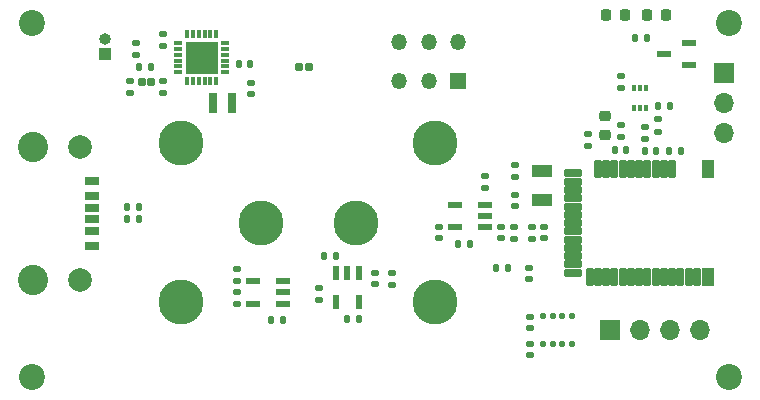
<source format=gts>
%TF.GenerationSoftware,KiCad,Pcbnew,8.0.2-1*%
%TF.CreationDate,2024-09-12T10:11:59+09:00*%
%TF.ProjectId,gas_nrf52832,6761735f-6e72-4663-9532-3833322e6b69,rev?*%
%TF.SameCoordinates,Original*%
%TF.FileFunction,Soldermask,Top*%
%TF.FilePolarity,Negative*%
%FSLAX46Y46*%
G04 Gerber Fmt 4.6, Leading zero omitted, Abs format (unit mm)*
G04 Created by KiCad (PCBNEW 8.0.2-1) date 2024-09-12 10:11:59*
%MOMM*%
%LPD*%
G01*
G04 APERTURE LIST*
G04 Aperture macros list*
%AMRoundRect*
0 Rectangle with rounded corners*
0 $1 Rounding radius*
0 $2 $3 $4 $5 $6 $7 $8 $9 X,Y pos of 4 corners*
0 Add a 4 corners polygon primitive as box body*
4,1,4,$2,$3,$4,$5,$6,$7,$8,$9,$2,$3,0*
0 Add four circle primitives for the rounded corners*
1,1,$1+$1,$2,$3*
1,1,$1+$1,$4,$5*
1,1,$1+$1,$6,$7*
1,1,$1+$1,$8,$9*
0 Add four rect primitives between the rounded corners*
20,1,$1+$1,$2,$3,$4,$5,0*
20,1,$1+$1,$4,$5,$6,$7,0*
20,1,$1+$1,$6,$7,$8,$9,0*
20,1,$1+$1,$8,$9,$2,$3,0*%
G04 Aperture macros list end*
%ADD10RoundRect,0.135000X-0.185000X0.135000X-0.185000X-0.135000X0.185000X-0.135000X0.185000X0.135000X0*%
%ADD11RoundRect,0.135000X-0.135000X-0.185000X0.135000X-0.185000X0.135000X0.185000X-0.135000X0.185000X0*%
%ADD12R,0.800000X1.800000*%
%ADD13RoundRect,0.140000X-0.170000X0.140000X-0.170000X-0.140000X0.170000X-0.140000X0.170000X0.140000X0*%
%ADD14RoundRect,0.218750X-0.218750X-0.256250X0.218750X-0.256250X0.218750X0.256250X-0.218750X0.256250X0*%
%ADD15R,1.000000X1.000000*%
%ADD16O,1.000000X1.000000*%
%ADD17R,1.700000X1.700000*%
%ADD18O,1.700000X1.700000*%
%ADD19R,1.800000X1.000000*%
%ADD20RoundRect,0.140000X-0.140000X-0.170000X0.140000X-0.170000X0.140000X0.170000X-0.140000X0.170000X0*%
%ADD21RoundRect,0.102000X-0.200000X-0.250000X0.200000X-0.250000X0.200000X0.250000X-0.200000X0.250000X0*%
%ADD22R,1.350000X1.350000*%
%ADD23O,1.350000X1.350000*%
%ADD24R,0.800000X0.300000*%
%ADD25R,0.300000X0.800000*%
%ADD26R,2.800000X2.800000*%
%ADD27C,2.200000*%
%ADD28RoundRect,0.140000X0.140000X0.170000X-0.140000X0.170000X-0.140000X-0.170000X0.140000X-0.170000X0*%
%ADD29RoundRect,0.140000X0.170000X-0.140000X0.170000X0.140000X-0.170000X0.140000X-0.170000X-0.140000X0*%
%ADD30R,0.300000X0.492000*%
%ADD31RoundRect,0.218750X0.256250X-0.218750X0.256250X0.218750X-0.256250X0.218750X-0.256250X-0.218750X0*%
%ADD32R,1.200000X0.600000*%
%ADD33RoundRect,0.125000X-0.125000X-0.137500X0.125000X-0.137500X0.125000X0.137500X-0.125000X0.137500X0*%
%ADD34RoundRect,0.147500X-0.172500X0.147500X-0.172500X-0.147500X0.172500X-0.147500X0.172500X0.147500X0*%
%ADD35RoundRect,0.102000X-0.400000X0.700000X-0.400000X-0.700000X0.400000X-0.700000X0.400000X0.700000X0*%
%ADD36RoundRect,0.102000X-0.200000X0.700000X-0.200000X-0.700000X0.200000X-0.700000X0.200000X0.700000X0*%
%ADD37RoundRect,0.102000X-0.700000X-0.200000X0.700000X-0.200000X0.700000X0.200000X-0.700000X0.200000X0*%
%ADD38RoundRect,0.102000X0.700000X0.200000X-0.700000X0.200000X-0.700000X-0.200000X0.700000X-0.200000X0*%
%ADD39RoundRect,0.102000X0.200000X-0.700000X0.200000X0.700000X-0.200000X0.700000X-0.200000X-0.700000X0*%
%ADD40RoundRect,0.102000X0.400000X-0.700000X0.400000X0.700000X-0.400000X0.700000X-0.400000X-0.700000X0*%
%ADD41RoundRect,0.135000X0.135000X0.185000X-0.135000X0.185000X-0.135000X-0.185000X0.135000X-0.185000X0*%
%ADD42RoundRect,0.135000X0.185000X-0.135000X0.185000X0.135000X-0.185000X0.135000X-0.185000X-0.135000X0*%
%ADD43R,1.250000X0.600000*%
%ADD44RoundRect,0.218750X0.218750X0.256250X-0.218750X0.256250X-0.218750X-0.256250X0.218750X-0.256250X0*%
%ADD45R,1.200000X0.700000*%
%ADD46R,1.200000X0.760000*%
%ADD47R,1.200000X0.800000*%
%ADD48C,2.010000*%
%ADD49C,2.565000*%
%ADD50R,0.600000X1.200000*%
%ADD51C,3.800000*%
G04 APERTURE END LIST*
D10*
X143825000Y-86765000D03*
X143825000Y-87785000D03*
D11*
X127985000Y-96660000D03*
X129005000Y-96660000D03*
D12*
X108850000Y-84795000D03*
X107250000Y-84795000D03*
D13*
X109220000Y-100795000D03*
X109220000Y-101755000D03*
D14*
X140512500Y-77300000D03*
X142087500Y-77300000D03*
D10*
X141775000Y-82500000D03*
X141775000Y-83520000D03*
D15*
X98080000Y-80640000D03*
D16*
X98080000Y-79370000D03*
D17*
X140820000Y-104000000D03*
D18*
X143360000Y-104000000D03*
X145900000Y-104000000D03*
X148440000Y-104000000D03*
D19*
X135050000Y-90500000D03*
X135050000Y-93000000D03*
D20*
X143795000Y-88800000D03*
X144755000Y-88800000D03*
D21*
X114510000Y-81710000D03*
X115310000Y-81710000D03*
D22*
X128000000Y-82900000D03*
D23*
X125500000Y-82900000D03*
X123000000Y-82900000D03*
X128000000Y-79600000D03*
X125500000Y-79600000D03*
X123000000Y-79600000D03*
D24*
X108250000Y-82170000D03*
X108250000Y-81670000D03*
X108250000Y-81170000D03*
X108250000Y-80670000D03*
X108250000Y-80170000D03*
X108250000Y-79670000D03*
D25*
X107500000Y-78920000D03*
X107000000Y-78920000D03*
X106500000Y-78920000D03*
X106000000Y-78920000D03*
X105500000Y-78920000D03*
X105000000Y-78920000D03*
D24*
X104250000Y-79670000D03*
X104250000Y-80170000D03*
X104250000Y-80670000D03*
X104250000Y-81170000D03*
X104250000Y-81670000D03*
X104250000Y-82170000D03*
D25*
X105000000Y-82920000D03*
X105500000Y-82920000D03*
X106000000Y-82920000D03*
X106500000Y-82920000D03*
X107000000Y-82920000D03*
X107500000Y-82920000D03*
D26*
X106250000Y-80920000D03*
D27*
X91900000Y-78000000D03*
X91900000Y-108000000D03*
X150900000Y-78000000D03*
X150900000Y-108000000D03*
D28*
X113125000Y-103125000D03*
X112165000Y-103125000D03*
D29*
X102950000Y-83895000D03*
X102950000Y-82935000D03*
D30*
X142850000Y-85200000D03*
X143350000Y-85200000D03*
X143850000Y-85200000D03*
X143850000Y-83532000D03*
X143350000Y-83532000D03*
X142850000Y-83532000D03*
D29*
X100175000Y-83895000D03*
X100175000Y-82935000D03*
D31*
X140400000Y-87437500D03*
X140400000Y-85862500D03*
D32*
X130220000Y-95260000D03*
X130220000Y-94310000D03*
X130220000Y-93360000D03*
X127720000Y-93360000D03*
X127720000Y-95260000D03*
D10*
X132695000Y-95250000D03*
X132695000Y-96270000D03*
D33*
X135190000Y-102765000D03*
X135990000Y-102765000D03*
X136790000Y-102765000D03*
X137590000Y-102765000D03*
X137590000Y-105140000D03*
X136790000Y-105140000D03*
X135990000Y-105140000D03*
X135190000Y-105140000D03*
D17*
X150500000Y-82235000D03*
D18*
X150500000Y-84775000D03*
X150500000Y-87315000D03*
D13*
X110475000Y-83080000D03*
X110475000Y-84040000D03*
D11*
X144890000Y-85050000D03*
X145910000Y-85050000D03*
D13*
X100710000Y-79710000D03*
X100710000Y-80670000D03*
D21*
X101200000Y-82945000D03*
X102000000Y-82945000D03*
D11*
X131190000Y-98700000D03*
X132210000Y-98700000D03*
D34*
X141750000Y-86665000D03*
X141750000Y-87635000D03*
D35*
X149100000Y-90327500D03*
D36*
X146100000Y-90327500D03*
X145400000Y-90327500D03*
X144700000Y-90327500D03*
X144000000Y-90327500D03*
X143300000Y-90327500D03*
X142600000Y-90327500D03*
X141900000Y-90327500D03*
X141200000Y-90327500D03*
X140500000Y-90327500D03*
X139800000Y-90327500D03*
D37*
X137700000Y-90727500D03*
D38*
X137700000Y-91427500D03*
D37*
X137700000Y-92127500D03*
X137700000Y-92827500D03*
X137700000Y-93527500D03*
X137700000Y-94227500D03*
X137700000Y-94927500D03*
X137700000Y-95627500D03*
X137700000Y-96327500D03*
X137700000Y-97027500D03*
X137700000Y-97727500D03*
X137700000Y-98427500D03*
X137700000Y-99127500D03*
D39*
X139100000Y-99527500D03*
X139800000Y-99527500D03*
X140500000Y-99527500D03*
X141200000Y-99527500D03*
X141900000Y-99527500D03*
X142600000Y-99527500D03*
X143300000Y-99527500D03*
X144000000Y-99527500D03*
X144700000Y-99527500D03*
X145400000Y-99527500D03*
X146100000Y-99527500D03*
X146800000Y-99527500D03*
X147500000Y-99527500D03*
X148200000Y-99527500D03*
D40*
X149100000Y-99527500D03*
D41*
X146850000Y-88800000D03*
X145830000Y-88800000D03*
D29*
X134010000Y-99680000D03*
X134010000Y-98720000D03*
D20*
X141220000Y-88750000D03*
X142180000Y-88750000D03*
D13*
X120970000Y-99145000D03*
X120970000Y-100105000D03*
D42*
X130220000Y-91990000D03*
X130220000Y-90970000D03*
X116200000Y-101435000D03*
X116200000Y-100415000D03*
D29*
X126320000Y-96215000D03*
X126320000Y-95255000D03*
D42*
X109220000Y-99860000D03*
X109220000Y-98840000D03*
D29*
X132800000Y-91000000D03*
X132800000Y-90040000D03*
D32*
X113120000Y-101750000D03*
X113120000Y-100800000D03*
X113120000Y-99850000D03*
X110620000Y-99850000D03*
X110620000Y-101750000D03*
D41*
X143960000Y-79300000D03*
X142940000Y-79300000D03*
D20*
X118600000Y-103050000D03*
X119560000Y-103050000D03*
D13*
X134065000Y-102840000D03*
X134065000Y-103800000D03*
D43*
X147525000Y-81550000D03*
X147525000Y-79640000D03*
X145425000Y-80595000D03*
D11*
X99940000Y-94625000D03*
X100960000Y-94625000D03*
D10*
X122400000Y-99140000D03*
X122400000Y-100160000D03*
D44*
X145537500Y-77300000D03*
X143962500Y-77300000D03*
D28*
X101930000Y-81695000D03*
X100970000Y-81695000D03*
D29*
X139000000Y-88380000D03*
X139000000Y-87420000D03*
D42*
X134200000Y-96265000D03*
X134200000Y-95245000D03*
D10*
X102985000Y-78920000D03*
X102985000Y-79940000D03*
D11*
X99940000Y-93600000D03*
X100960000Y-93600000D03*
D42*
X144925000Y-87175000D03*
X144925000Y-86155000D03*
D13*
X132800000Y-92520000D03*
X132800000Y-93480000D03*
D45*
X96950000Y-93620000D03*
D46*
X96950000Y-95640000D03*
D47*
X96950000Y-96870000D03*
D45*
X96950000Y-94620000D03*
D46*
X96950000Y-92600000D03*
D47*
X96950000Y-91370000D03*
D48*
X96000000Y-88500000D03*
D49*
X92000000Y-88500000D03*
X92000000Y-99740000D03*
D48*
X96000000Y-99740000D03*
D29*
X134065000Y-106095000D03*
X134065000Y-105135000D03*
D41*
X117650000Y-97750000D03*
X116630000Y-97750000D03*
D13*
X131630000Y-95260000D03*
X131630000Y-96220000D03*
D50*
X119550000Y-99150000D03*
X118600000Y-99150000D03*
X117650000Y-99150000D03*
X117650000Y-101650000D03*
X119550000Y-101650000D03*
D29*
X135270000Y-96215000D03*
X135270000Y-95255000D03*
D28*
X110350000Y-81420000D03*
X109390000Y-81420000D03*
D51*
X104550000Y-101650000D03*
X104550000Y-88150000D03*
X111300000Y-94900000D03*
X119300000Y-94900000D03*
X126050000Y-88150000D03*
X126050000Y-101650000D03*
M02*

</source>
